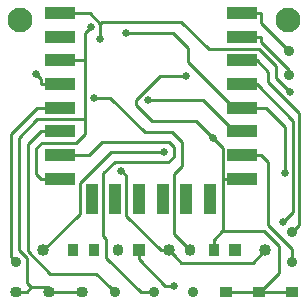
<source format=gbr>
G04 #@! TF.FileFunction,Copper,L1,Top,Signal*
%FSLAX46Y46*%
G04 Gerber Fmt 4.6, Leading zero omitted, Abs format (unit mm)*
G04 Created by KiCad (PCBNEW 4.0.5+dfsg1-4) date Fri Oct 13 22:31:27 2017*
%MOMM*%
%LPD*%
G01*
G04 APERTURE LIST*
%ADD10C,0.100000*%
%ADD11R,0.914400X1.016000*%
%ADD12C,1.016000*%
%ADD13R,1.016000X1.016000*%
%ADD14O,0.914400X1.016000*%
%ADD15C,0.914400*%
%ADD16R,1.016000X0.914400*%
%ADD17O,1.016000X0.914400*%
%ADD18C,2.100000*%
%ADD19R,2.500000X1.100000*%
%ADD20R,1.100000X2.500000*%
%ADD21C,0.660400*%
%ADD22C,0.254000*%
%ADD23C,0.203200*%
G04 APERTURE END LIST*
D10*
D11*
X56642000Y-46228000D03*
D12*
X54102000Y-46228000D03*
D13*
X70358000Y-46228000D03*
D12*
X72898000Y-46228000D03*
D13*
X62230000Y-46228000D03*
D12*
X64770000Y-46228000D03*
D11*
X68548000Y-46228000D03*
D14*
X66548000Y-46228000D03*
D11*
X58420000Y-46228000D03*
D14*
X60420000Y-46228000D03*
D15*
X51816000Y-47244000D03*
X75184000Y-44704000D03*
X75184000Y-47244000D03*
D16*
X75184000Y-49784000D03*
X72390000Y-49784000D03*
X69596000Y-49784000D03*
D15*
X66802000Y-49784000D03*
X63500000Y-49784000D03*
X60198000Y-49784000D03*
D17*
X54610000Y-49784000D03*
X57404000Y-49784000D03*
X51816000Y-49784000D03*
D18*
X74866500Y-26733500D03*
D15*
X74930000Y-29369000D03*
X74930000Y-31369000D03*
D19*
X55540000Y-26148000D03*
X55540000Y-28148000D03*
X55540000Y-30148000D03*
X55540000Y-32148000D03*
X55540000Y-34148000D03*
X55540000Y-36148000D03*
X55540000Y-38148000D03*
X55540000Y-40148000D03*
X70940000Y-40148000D03*
X70940000Y-38148000D03*
X70940000Y-36148000D03*
X70940000Y-34148000D03*
X70940000Y-32148000D03*
X70940000Y-30148000D03*
X70940000Y-28148000D03*
X70940000Y-26148000D03*
D20*
X58230000Y-41848000D03*
X60230000Y-41848000D03*
X62230000Y-41848000D03*
X64230000Y-41848000D03*
X66230000Y-41848000D03*
X68230000Y-41848000D03*
D18*
X52133500Y-26733500D03*
D21*
X68481421Y-36700989D03*
X66245014Y-31491722D03*
X58203000Y-27322800D03*
X60683629Y-39475504D03*
X64332989Y-37879128D03*
X65207010Y-49218657D03*
X58380500Y-33300000D03*
X74404410Y-43861631D03*
X74980476Y-32791066D03*
X58928000Y-28321000D03*
X53482100Y-31287600D03*
X74567800Y-39721700D03*
X61106000Y-27797700D03*
X63024890Y-33526480D03*
D22*
X68151222Y-36370790D02*
X68481421Y-36700989D01*
X61994862Y-33511650D02*
X61994862Y-33965955D01*
X64014790Y-31491722D02*
X61994862Y-33511650D01*
X66245014Y-31491722D02*
X64014790Y-31491722D01*
X63317288Y-35288381D02*
X67068813Y-35288381D01*
X61994862Y-33965955D02*
X63317288Y-35288381D01*
X69308700Y-40148000D02*
X69308700Y-37528268D01*
X68811620Y-37031188D02*
X68481421Y-36700989D01*
X67068813Y-35288381D02*
X68151222Y-36370790D01*
X69308700Y-37528268D02*
X68811620Y-37031188D01*
X69308700Y-44613200D02*
X72835242Y-44613200D01*
X72835242Y-44613200D02*
X74095634Y-45873592D01*
X74095634Y-45873592D02*
X74095634Y-48136986D01*
X74095634Y-48136986D02*
X72448620Y-49784000D01*
X72448620Y-49784000D02*
X72390000Y-49784000D01*
X72390000Y-49784000D02*
X75184000Y-49784000D01*
X69596000Y-49784000D02*
X72390000Y-49784000D01*
X70240000Y-40148000D02*
X69308700Y-40148000D01*
X68548000Y-46228000D02*
X68548000Y-45338700D01*
X69308700Y-44613200D02*
X69308700Y-40148000D01*
X69273500Y-44613200D02*
X69308700Y-44613200D01*
X68548000Y-45338700D02*
X69273500Y-44613200D01*
X53529873Y-35217100D02*
X52028531Y-36718442D01*
X52028531Y-36718442D02*
X52028531Y-46215993D01*
X52028531Y-46215993D02*
X52730184Y-46917646D01*
X52730184Y-46917646D02*
X52730184Y-48970284D01*
X52730184Y-48970284D02*
X53124600Y-49364700D01*
X57669299Y-35052000D02*
X57669299Y-36357801D01*
X57669299Y-36357801D02*
X56891993Y-37135107D01*
X56891993Y-37135107D02*
X53984265Y-37135107D01*
X53984265Y-37135107D02*
X53518436Y-37600936D01*
X53518436Y-37600936D02*
X53518436Y-39729536D01*
X53518436Y-39729536D02*
X53936900Y-40148000D01*
X53936900Y-40148000D02*
X56240000Y-40148000D01*
X53606455Y-35140518D02*
X53529873Y-35217100D01*
X53598973Y-35148000D02*
X53529873Y-35217100D01*
X57573299Y-35148000D02*
X53598973Y-35148000D01*
X57171300Y-35148000D02*
X57163818Y-35140518D01*
X57669299Y-30480000D02*
X57669299Y-27856501D01*
X57669299Y-27856501D02*
X58203000Y-27322800D01*
X57669299Y-30480000D02*
X57669299Y-30035500D01*
X56240000Y-30148000D02*
X57556799Y-30148000D01*
X57556799Y-30148000D02*
X57669299Y-30035500D01*
X57669299Y-30480000D02*
X57669299Y-35052000D01*
D23*
X57573299Y-35148000D02*
X57669299Y-35052000D01*
X57171300Y-35148000D02*
X57573299Y-35148000D01*
D22*
X54610000Y-49784000D02*
X55499300Y-49784000D01*
X56959400Y-49784000D02*
X55499300Y-49784000D01*
X57404000Y-49784000D02*
X56959400Y-49784000D01*
X54610000Y-49784000D02*
X54610000Y-49364700D01*
X51816000Y-49784000D02*
X52705300Y-49784000D01*
X54610000Y-49364700D02*
X53124600Y-49364700D01*
X53124600Y-49364700D02*
X52705300Y-49784000D01*
X61013828Y-39805703D02*
X60683629Y-39475504D01*
X61161400Y-39953275D02*
X61013828Y-39805703D01*
X64051580Y-46228000D02*
X61161400Y-43337820D01*
X64770000Y-46228000D02*
X64051580Y-46228000D01*
X61161400Y-43337820D02*
X61161400Y-39953275D01*
X72898000Y-46228000D02*
X71851666Y-47274334D01*
X65816334Y-47274334D02*
X65277999Y-46735999D01*
X65277999Y-46735999D02*
X64770000Y-46228000D01*
X71851666Y-47274334D02*
X65816334Y-47274334D01*
X54102000Y-46228000D02*
X57218217Y-43111783D01*
X57218217Y-43111783D02*
X57218217Y-40492283D01*
X57218217Y-40492283D02*
X59831372Y-37879128D01*
X59831372Y-37879128D02*
X63866016Y-37879128D01*
X63866016Y-37879128D02*
X64332989Y-37879128D01*
X62230000Y-46990000D02*
X64458657Y-49218657D01*
X62230000Y-46228000D02*
X62230000Y-46990000D01*
X64458657Y-49218657D02*
X64740037Y-49218657D01*
X64740037Y-49218657D02*
X65207010Y-49218657D01*
X58380500Y-33300000D02*
X59814151Y-33300000D01*
X59814151Y-33300000D02*
X62702676Y-36188525D01*
X62702676Y-36188525D02*
X65065495Y-36188525D01*
X65065495Y-36188525D02*
X65900878Y-37023908D01*
X65900878Y-37023908D02*
X65900878Y-39069975D01*
X65900878Y-39069975D02*
X65228361Y-39742492D01*
X65228361Y-44857561D02*
X66548000Y-46177200D01*
X65228361Y-39742492D02*
X65228361Y-44857561D01*
X66548000Y-46177200D02*
X66548000Y-46228000D01*
X72571300Y-27010300D02*
X74930000Y-29369000D01*
X72571300Y-26148000D02*
X72571300Y-27010300D01*
X70240000Y-26148000D02*
X72571300Y-26148000D01*
X70240000Y-28148000D02*
X72571300Y-28148000D01*
X72571300Y-28600800D02*
X72571300Y-28148000D01*
X74930000Y-30959500D02*
X72571300Y-28600800D01*
X74930000Y-31369000D02*
X74930000Y-30959500D01*
X75279300Y-35245348D02*
X75279300Y-42986741D01*
X72181952Y-32148000D02*
X75279300Y-35245348D01*
X74734609Y-43531432D02*
X74404410Y-43861631D01*
X75279300Y-42986741D02*
X74734609Y-43531432D01*
X70240000Y-32148000D02*
X72181952Y-32148000D01*
X70240000Y-30148000D02*
X72188500Y-30148000D01*
X72188500Y-30148000D02*
X73175488Y-31134988D01*
X73175488Y-31134988D02*
X73175488Y-32007788D01*
X73175488Y-32007788D02*
X75808600Y-34640900D01*
X75808600Y-34640900D02*
X75808600Y-44079400D01*
X75808600Y-44079400D02*
X75184000Y-44704000D01*
X56240000Y-36148000D02*
X53942619Y-36148000D01*
X53942619Y-36148000D02*
X52838000Y-37252619D01*
X52838000Y-37252619D02*
X52838000Y-46307026D01*
X58616500Y-48202500D02*
X59740801Y-49326801D01*
X52838000Y-46307026D02*
X54733474Y-48202500D01*
X54733474Y-48202500D02*
X58616500Y-48202500D01*
X59740801Y-49326801D02*
X60198000Y-49784000D01*
X63500000Y-49784000D02*
X62370348Y-49784000D01*
X62370348Y-49784000D02*
X59465454Y-46879106D01*
X59465454Y-46879106D02*
X59465454Y-45296475D01*
X65169722Y-37471246D02*
X64748724Y-37050248D01*
X59465454Y-45296475D02*
X59224016Y-45055037D01*
X59224016Y-45055037D02*
X59224016Y-39700824D01*
X59224016Y-39700824D02*
X60179810Y-38745030D01*
X60179810Y-38745030D02*
X64724657Y-38745030D01*
X64748724Y-37050248D02*
X59108552Y-37050248D01*
X64724657Y-38745030D02*
X65169722Y-38299965D01*
X65169722Y-38299965D02*
X65169722Y-37471246D01*
X59108552Y-37050248D02*
X58010800Y-38148000D01*
X58010800Y-38148000D02*
X56240000Y-38148000D01*
X56240000Y-34148000D02*
X53632100Y-34148000D01*
X51816000Y-47244000D02*
X51358801Y-46786801D01*
X51358801Y-46786801D02*
X51358801Y-36421299D01*
X51358801Y-36421299D02*
X53632100Y-34148000D01*
X75184000Y-46155921D02*
X75184000Y-46597422D01*
X75184000Y-46597422D02*
X75184000Y-47244000D01*
X73130292Y-44102213D02*
X75184000Y-46155921D01*
X73130292Y-38738438D02*
X73130292Y-44102213D01*
X70240000Y-38148000D02*
X72539854Y-38148000D01*
X72539854Y-38148000D02*
X73130292Y-38738438D01*
X59070755Y-26910345D02*
X58938100Y-27043000D01*
X73815500Y-30635800D02*
X72396300Y-29216600D01*
X72396300Y-29216600D02*
X68115200Y-29216600D01*
X68115200Y-29216600D02*
X65808945Y-26910345D01*
X65808945Y-26910345D02*
X59070755Y-26910345D01*
X73815500Y-30635800D02*
X73815500Y-31626090D01*
X74650277Y-32460867D02*
X74980476Y-32791066D01*
X73815500Y-31626090D02*
X74650277Y-32460867D01*
X58938100Y-27043000D02*
X58938100Y-28310900D01*
X58938100Y-28310900D02*
X58928000Y-28321000D01*
X56240000Y-26148000D02*
X57171300Y-26148000D01*
X73815500Y-30851100D02*
X73815500Y-30635800D01*
X58043100Y-26148000D02*
X58938100Y-27043000D01*
X57171300Y-26148000D02*
X58043100Y-26148000D01*
X53908700Y-31714200D02*
X53482100Y-31287600D01*
X53908700Y-32148000D02*
X53908700Y-31714200D01*
X56240000Y-32148000D02*
X53908700Y-32148000D01*
X66410820Y-30318820D02*
X66410820Y-29092918D01*
X70240000Y-34148000D02*
X66410820Y-30318820D01*
X61572973Y-27797700D02*
X61106000Y-27797700D01*
X65115602Y-27797700D02*
X61572973Y-27797700D01*
X66410820Y-29092918D02*
X65115602Y-27797700D01*
X70240000Y-34148000D02*
X72951467Y-34148000D01*
X72951467Y-34148000D02*
X74567800Y-35764333D01*
X74567800Y-35764333D02*
X74567800Y-39721700D01*
X67618480Y-33526480D02*
X63491863Y-33526480D01*
X70240000Y-36148000D02*
X67618480Y-33526480D01*
X63491863Y-33526480D02*
X63024890Y-33526480D01*
M02*

</source>
